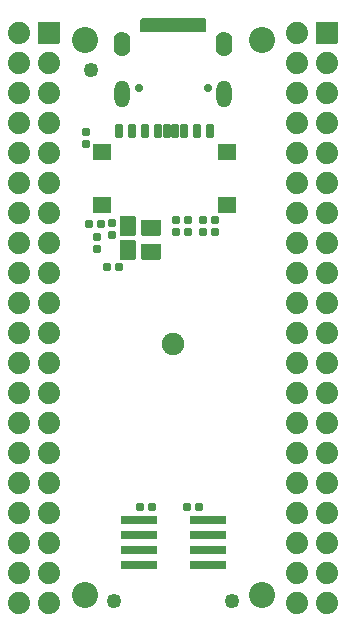
<source format=gbr>
%TF.GenerationSoftware,KiCad,Pcbnew,7.0.9-7.0.9~ubuntu22.04.1*%
%TF.CreationDate,2025-02-11T13:08:51+02:00*%
%TF.ProjectId,RP2350-PICO2-XXL_Rev_B,52503233-3530-42d5-9049-434f322d5858,B*%
%TF.SameCoordinates,PX81b3200PY6e263e0*%
%TF.FileFunction,Soldermask,Bot*%
%TF.FilePolarity,Negative*%
%FSLAX46Y46*%
G04 Gerber Fmt 4.6, Leading zero omitted, Abs format (unit mm)*
G04 Created by KiCad (PCBNEW 7.0.9-7.0.9~ubuntu22.04.1) date 2025-02-11 13:08:51*
%MOMM*%
%LPD*%
G01*
G04 APERTURE LIST*
G04 Aperture macros list*
%AMRoundRect*
0 Rectangle with rounded corners*
0 $1 Rounding radius*
0 $2 $3 $4 $5 $6 $7 $8 $9 X,Y pos of 4 corners*
0 Add a 4 corners polygon primitive as box body*
4,1,4,$2,$3,$4,$5,$6,$7,$8,$9,$2,$3,0*
0 Add four circle primitives for the rounded corners*
1,1,$1+$1,$2,$3*
1,1,$1+$1,$4,$5*
1,1,$1+$1,$6,$7*
1,1,$1+$1,$8,$9*
0 Add four rect primitives between the rounded corners*
20,1,$1+$1,$2,$3,$4,$5,0*
20,1,$1+$1,$4,$5,$6,$7,0*
20,1,$1+$1,$6,$7,$8,$9,0*
20,1,$1+$1,$8,$9,$2,$3,0*%
G04 Aperture macros list end*
%ADD10RoundRect,0.050800X-0.250000X-0.275000X0.250000X-0.275000X0.250000X0.275000X-0.250000X0.275000X0*%
%ADD11RoundRect,0.050800X0.250000X0.275000X-0.250000X0.275000X-0.250000X-0.275000X0.250000X-0.275000X0*%
%ADD12C,2.201600*%
%ADD13C,0.701600*%
%ADD14O,1.301600X2.301600*%
%ADD15O,1.401600X2.101600*%
%ADD16C,1.901600*%
%ADD17RoundRect,0.050800X-0.275000X0.250000X-0.275000X-0.250000X0.275000X-0.250000X0.275000X0.250000X0*%
%ADD18RoundRect,0.050800X0.275000X-0.250000X0.275000X0.250000X-0.275000X0.250000X-0.275000X-0.250000X0*%
%ADD19RoundRect,0.050800X-1.100000X0.300000X-1.100000X-0.300000X1.100000X-0.300000X1.100000X0.300000X0*%
%ADD20C,1.254000*%
%ADD21RoundRect,0.050800X-0.889000X0.889000X-0.889000X-0.889000X0.889000X-0.889000X0.889000X0.889000X0*%
%ADD22C,1.879600*%
%ADD23RoundRect,0.050800X-0.635000X0.762000X-0.635000X-0.762000X0.635000X-0.762000X0.635000X0.762000X0*%
%ADD24RoundRect,0.050800X0.762000X0.635000X-0.762000X0.635000X-0.762000X-0.635000X0.762000X-0.635000X0*%
%ADD25RoundRect,0.050800X-0.250000X-0.500000X0.250000X-0.500000X0.250000X0.500000X-0.250000X0.500000X0*%
%ADD26RoundRect,0.050800X-0.750000X-0.600000X0.750000X-0.600000X0.750000X0.600000X-0.750000X0.600000X0*%
G04 APERTURE END LIST*
D10*
%TO.C,R27*%
X9923000Y29775000D03*
D11*
X8907000Y29775000D03*
%TD*%
D12*
%TO.C,MH1*%
X7000000Y2000000D03*
%TD*%
%TO.C,MH2*%
X22000000Y2000000D03*
%TD*%
D13*
%TO.C,USB-C1*%
X11610000Y44970000D03*
X17390000Y44970000D03*
D14*
X10180000Y44470000D03*
X18820000Y44470000D03*
D15*
X10180000Y48650000D03*
X18820000Y48650000D03*
%TD*%
D12*
%TO.C,MH3*%
X7000000Y49000000D03*
%TD*%
%TO.C,MH4*%
X22000000Y49000000D03*
%TD*%
D16*
%TO.C,U3*%
X14500000Y23250000D03*
%TD*%
D17*
%TO.C,R20*%
X14749000Y32742000D03*
D18*
X14749000Y33758000D03*
%TD*%
D19*
%TO.C,U4*%
X17735000Y8405000D03*
X17735000Y7135000D03*
X17735000Y5865000D03*
X17735000Y4595000D03*
X11265000Y4595000D03*
X11265000Y5865000D03*
X11265000Y7135000D03*
X11265000Y8405000D03*
%TD*%
%TO.C,U5*%
X17100000Y8405000D03*
X17100000Y7135000D03*
X17100000Y5865000D03*
X17100000Y4595000D03*
X11900000Y4595000D03*
X11900000Y5865000D03*
X11900000Y7135000D03*
X11900000Y8405000D03*
%TD*%
D20*
%TO.C,FID4*%
X9450000Y1500000D03*
%TD*%
D11*
%TO.C,C26*%
X11692000Y9500000D03*
D10*
X12708000Y9500000D03*
%TD*%
D17*
%TO.C,R25*%
X9288000Y32492000D03*
D18*
X9288000Y33508000D03*
%TD*%
D11*
%TO.C,R16*%
X15684000Y9500000D03*
D10*
X16700000Y9500000D03*
%TD*%
D20*
%TO.C,FID6*%
X19500000Y1500000D03*
%TD*%
D17*
%TO.C,R23*%
X18000000Y32742000D03*
D18*
X18000000Y33758000D03*
%TD*%
D20*
%TO.C,FID5*%
X7500000Y46500000D03*
%TD*%
D10*
%TO.C,R21*%
X8399000Y33458000D03*
D11*
X7383000Y33458000D03*
%TD*%
D17*
%TO.C,R22*%
X7100000Y40242000D03*
D18*
X7100000Y41258000D03*
%TD*%
D17*
%TO.C,R19*%
X17000000Y32742000D03*
D18*
X17000000Y33758000D03*
%TD*%
D21*
%TO.C,EXT1*%
X4000000Y49630000D03*
D22*
X1460000Y49630000D03*
X4000000Y47090000D03*
X1460000Y47090000D03*
X4000000Y44550000D03*
X1460000Y44550000D03*
X4000000Y42010000D03*
X1460000Y42010000D03*
X4000000Y39470000D03*
X1460000Y39470000D03*
X4000000Y36930000D03*
X1460000Y36930000D03*
X4000000Y34390000D03*
X1460000Y34390000D03*
X4000000Y31850000D03*
X1460000Y31850000D03*
X4000000Y29310000D03*
X1460000Y29310000D03*
X4000000Y26770000D03*
X1460000Y26770000D03*
X4000000Y24230000D03*
X1460000Y24230000D03*
X4000000Y21690000D03*
X1460000Y21690000D03*
X4000000Y19150000D03*
X1460000Y19150000D03*
X4000000Y16610000D03*
X1460000Y16610000D03*
X4000000Y14070000D03*
X1460000Y14070000D03*
X4000000Y11530000D03*
X1460000Y11530000D03*
X4000000Y8990000D03*
X1460000Y8990000D03*
X4000000Y6450000D03*
X1460000Y6450000D03*
X4000000Y3910000D03*
X1460000Y3910000D03*
X4000000Y1370000D03*
X1460000Y1370000D03*
%TD*%
D23*
%TO.C,L3*%
X10685000Y33276000D03*
X10685000Y31244000D03*
%TD*%
D21*
%TO.C,EXT2*%
X27540000Y49630000D03*
D22*
X25000000Y49630000D03*
X27540000Y47090000D03*
X25000000Y47090000D03*
X27540000Y44550000D03*
X25000000Y44550000D03*
X27540000Y42010000D03*
X25000000Y42010000D03*
X27540000Y39470000D03*
X25000000Y39470000D03*
X27540000Y36930000D03*
X25000000Y36930000D03*
X27540000Y34390000D03*
X25000000Y34390000D03*
X27540000Y31850000D03*
X25000000Y31850000D03*
X27540000Y29310000D03*
X25000000Y29310000D03*
X27540000Y26770000D03*
X25000000Y26770000D03*
X27540000Y24230000D03*
X25000000Y24230000D03*
X27540000Y21690000D03*
X25000000Y21690000D03*
X27540000Y19150000D03*
X25000000Y19150000D03*
X27540000Y16610000D03*
X25000000Y16610000D03*
X27540000Y14070000D03*
X25000000Y14070000D03*
X27540000Y11530000D03*
X25000000Y11530000D03*
X27540000Y8990000D03*
X25000000Y8990000D03*
X27540000Y6450000D03*
X25000000Y6450000D03*
X27540000Y3910000D03*
X25000000Y3910000D03*
X27540000Y1370000D03*
X25000000Y1370000D03*
%TD*%
D17*
%TO.C,R24*%
X15765000Y32742000D03*
D18*
X15765000Y33758000D03*
%TD*%
D24*
%TO.C,C27*%
X12590000Y33077000D03*
X12590000Y31045000D03*
%TD*%
D25*
%TO.C,MICRO_SD1*%
X17600000Y41300000D03*
X16500000Y41300000D03*
X15400000Y41300000D03*
X14650000Y41300000D03*
X13200000Y41300000D03*
X12100000Y41300000D03*
X11000000Y41300000D03*
X9900000Y41300000D03*
X13950000Y41300000D03*
D26*
X8450000Y39550000D03*
X8450000Y35100000D03*
X19050000Y39550000D03*
X19050000Y35100000D03*
%TD*%
D17*
%TO.C,R26*%
X8018000Y31299000D03*
D18*
X8018000Y32315000D03*
%TD*%
G36*
X17231121Y50836998D02*
G01*
X17277614Y50783342D01*
X17289000Y50731000D01*
X17289000Y49840000D01*
X17268998Y49771879D01*
X17215342Y49725386D01*
X17163000Y49714000D01*
X11827000Y49714000D01*
X11758879Y49734002D01*
X11712386Y49787658D01*
X11701000Y49840000D01*
X11701000Y50731000D01*
X11721002Y50799121D01*
X11774658Y50845614D01*
X11827000Y50857000D01*
X17163000Y50857000D01*
X17231121Y50836998D01*
G37*
M02*

</source>
